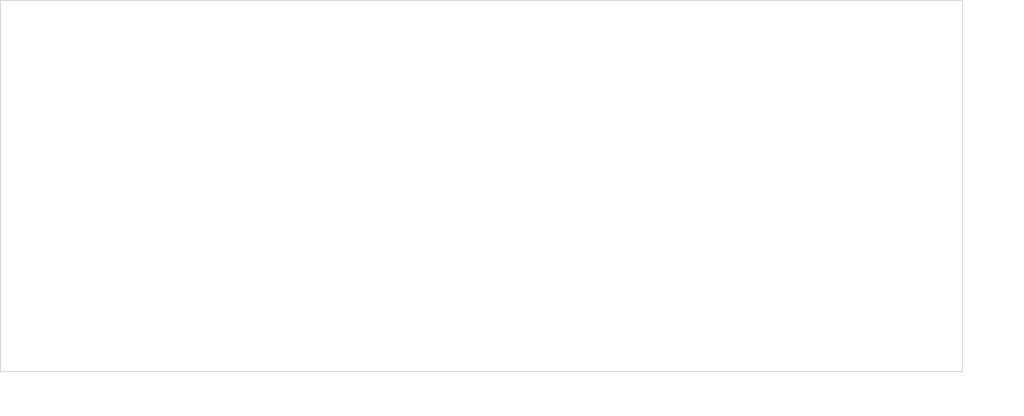
<source format=kicad_pcb>
(kicad_pcb (version 20221018) (generator pcbnew)

  (general
    (thickness 1.6)
  )

  (paper "A4")
  (layers
    (0 "F.Cu" signal)
    (31 "B.Cu" signal)
    (32 "B.Adhes" user "B.Adhesive")
    (33 "F.Adhes" user "F.Adhesive")
    (34 "B.Paste" user)
    (35 "F.Paste" user)
    (36 "B.SilkS" user "B.Silkscreen")
    (37 "F.SilkS" user "F.Silkscreen")
    (38 "B.Mask" user)
    (39 "F.Mask" user)
    (40 "Dwgs.User" user "User.Drawings")
    (41 "Cmts.User" user "User.Comments")
    (42 "Eco1.User" user "User.Eco1")
    (43 "Eco2.User" user "User.Eco2")
    (44 "Edge.Cuts" user)
    (45 "Margin" user)
    (46 "B.CrtYd" user "B.Courtyard")
    (47 "F.CrtYd" user "F.Courtyard")
    (48 "B.Fab" user)
    (49 "F.Fab" user)
  )

  (setup
    (pad_to_mask_clearance 0.051)
    (solder_mask_min_width 0.25)
    (pcbplotparams
      (layerselection 0x00010fc_ffffffff)
      (plot_on_all_layers_selection 0x0000000_00000000)
      (disableapertmacros false)
      (usegerberextensions false)
      (usegerberattributes false)
      (usegerberadvancedattributes false)
      (creategerberjobfile false)
      (dashed_line_dash_ratio 12.000000)
      (dashed_line_gap_ratio 3.000000)
      (svgprecision 4)
      (plotframeref false)
      (viasonmask false)
      (mode 1)
      (useauxorigin false)
      (hpglpennumber 1)
      (hpglpenspeed 20)
      (hpglpendiameter 15.000000)
      (dxfpolygonmode true)
      (dxfimperialunits true)
      (dxfusepcbnewfont true)
      (psnegative false)
      (psa4output false)
      (plotreference true)
      (plotvalue true)
      (plotinvisibletext false)
      (sketchpadsonfab false)
      (subtractmaskfromsilk false)
      (outputformat 1)
      (mirror false)
      (drillshape 1)
      (scaleselection 1)
      (outputdirectory "")
    )
  )

  (net 0 "")

  (gr_line (start 35.411749 135.102865) (end 35.411749 144.122259)
    (stroke (width 0.2) (type solid)) (layer "Dwgs.User") (tstamp 47b91716-1ea0-43c0-91b0-123df3f6a7ad))
  (gr_line (start 255.411749 134.102865) (end 267.586749 134.102865)
    (stroke (width 0.2) (type solid)) (layer "Dwgs.User") (tstamp 5bea608f-68d9-46f5-8bd7-41fe0de456d7))
  (gr_line (start 255.411749 49.602865) (end 267.586749 49.602865)
    (stroke (width 0.2) (type solid)) (layer "Dwgs.User") (tstamp 68651e9e-c0f7-4427-a0a1-ea75fe7552ab))
  (gr_line (start 254.411749 135.102865) (end 254.411749 144.122259)
    (stroke (width 0.2) (type solid)) (layer "Dwgs.User") (tstamp 9a022cd6-84ae-4973-b280-6844c46ed73c))
  (gr_line (start 264.411749 51.602865) (end 264.411749 100.795429)
    (stroke (width 0.2) (type solid)) (layer "Dwgs.User") (tstamp a5060784-1940-41bb-8c51-d02741b67a9e))
  (gr_line (start 37.411749 140.947259) (end 150.884542 140.947259)
    (stroke (width 0.2) (type solid)) (layer "Dwgs.User") (tstamp e6bd9939-6c0b-4e14-bf16-ed1328b2c2e0))
  (gr_line (start 252.411749 140.947259) (end 160.294569 140.947259)
    (stroke (width 0.2) (type solid)) (layer "Dwgs.User") (tstamp e7f8fb36-a0b3-4b12-b77f-a48892e2ccbe))
  (gr_line (start 264.411749 132.102865) (end 264.411749 107.9103)
    (stroke (width 0.2) (type solid)) (layer "Dwgs.User") (tstamp fe84e80f-d152-4c63-b911-db4aba24b3a6))
  (gr_line (start 35.411749 49.602865) (end 35.411749 134.102865)
    (stroke (width 0.2) (type solid)) (layer "Edge.Cuts") (tstamp 10faba18-2d10-46d3-8738-1f43fbddb46e))
  (gr_line (start 254.411749 49.602865) (end 35.411749 49.602865)
    (stroke (width 0.2) (type solid)) (layer "Edge.Cuts") (tstamp 6a2995a0-96e1-438e-8cae-5fda904b198b))
  (gr_line (start 35.411749 134.102865) (end 254.411749 134.102865)
    (stroke (width 0.2) (type solid)) (layer "Edge.Cuts") (tstamp 77d49cac-3875-41c5-9ac3-b2c133354ba3))
  (gr_line (start 254.411749 134.102865) (end 254.411749 49.602865)
    (stroke (width 0.2) (type solid)) (layer "Edge.Cuts") (tstamp d787ad3d-1273-47e6-9ee9-d74e7ac1fe4c))
  (gr_text "[8.62]" (at 155.589556 142.83672) (layer "Dwgs.User") (tstamp 366923fe-54b5-49e6-876d-f53ad6d64a71)
    (effects (font (size 1.7 1.53) (thickness 0.2125)))
  )
  (gr_text " 219.00" (at 155.589556 139.279284) (layer "Dwgs.User") (tstamp a4df5529-843e-417b-a42c-9bfa116cab4b)
    (effects (font (size 1.7 1.53) (thickness 0.2125)))
  )
  (gr_text " 84.50" (at 264.411749 102.68489) (layer "Dwgs.User") (tstamp af2dea9f-aaf8-4564-a8e3-7e6bd51aa5d2)
    (effects (font (size 1.7 1.53) (thickness 0.2125)))
  )
  (gr_text "[3.33]" (at 264.411749 106.242326) (layer "Dwgs.User") (tstamp cf428c25-8de5-4fd4-b7f2-726c90ec3334)
    (effects (font (size 1.7 1.53) (thickness 0.2125)))
  )

)

</source>
